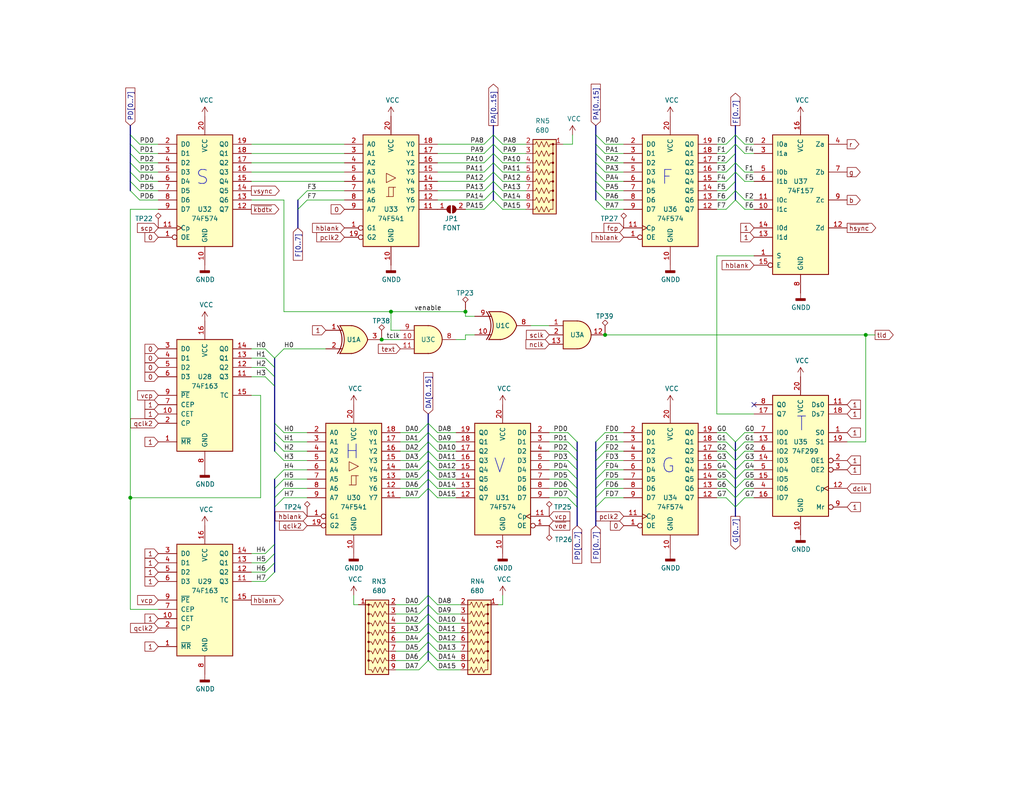
<source format=kicad_sch>
(kicad_sch (version 20211123) (generator eeschema)
  (paper "USLetter")
  (title_block (title "Graphics Processing Unit") (date "2022-08-07") (rev "1.10") (comment 1 "(c) Solid State Machines 2022"))
  (junction (at 165.1 91.44))
  (junction (at 127 85.09))
  (junction (at 35.56 135.89))
  (junction (at 236.22 91.44))
  (junction (at 106.68 85.09))
  (junction (at 104.14 92.71))
  (no_connect (at 205.74 110.49))
  (bus_entry (at 74.93 151.13) (size -2.54 2.54))
  (bus_entry (at 77.47 123.19) (size -2.54 -2.54))
  (bus_entry (at 38.1 54.61) (size -2.54 -2.54))
  (bus_entry (at 77.47 118.11) (size -2.54 -2.54))
  (bus_entry (at 38.1 52.07) (size -2.54 -2.54))
  (bus_entry (at 116.84 177.8) (size 2.54 2.54))
  (bus_entry (at 81.28 57.15) (size 2.54 -2.54))
  (bus_entry (at 200.66 52.07) (size 2.54 2.54))
  (bus_entry (at 200.66 120.65) (size 2.54 -2.54))
  (bus_entry (at 200.66 36.83) (size -2.54 2.54))
  (bus_entry (at 154.94 125.73) (size 2.54 2.54))
  (bus_entry (at 165.1 57.15) (size -2.54 -2.54))
  (bus_entry (at 77.47 130.81) (size -2.54 2.54))
  (bus_entry (at 200.66 39.37) (size -2.54 2.54))
  (bus_entry (at 162.56 120.65) (size 2.54 -2.54))
  (bus_entry (at 137.16 44.45) (size -2.54 -2.54))
  (bus_entry (at 154.94 130.81) (size 2.54 2.54))
  (bus_entry (at 200.66 130.81) (size 2.54 -2.54))
  (bus_entry (at 198.12 44.45) (size 2.54 -2.54))
  (bus_entry (at 38.1 49.53) (size -2.54 -2.54))
  (bus_entry (at 154.94 135.89) (size 2.54 2.54))
  (bus_entry (at 132.08 39.37) (size 2.54 -2.54))
  (bus_entry (at 200.66 44.45) (size 2.54 2.54))
  (bus_entry (at 200.66 120.65) (size -2.54 -2.54))
  (bus_entry (at 165.1 52.07) (size -2.54 -2.54))
  (bus_entry (at 114.3 182.88) (size 2.54 -2.54))
  (bus_entry (at 200.66 123.19) (size 2.54 -2.54))
  (bus_entry (at 116.84 128.27) (size 2.54 2.54))
  (bus_entry (at 81.28 54.61) (size 2.54 -2.54))
  (bus_entry (at 132.08 57.15) (size 2.54 -2.54))
  (bus_entry (at 154.94 118.11) (size 2.54 2.54))
  (bus_entry (at 116.84 180.34) (size 2.54 2.54))
  (bus_entry (at 116.84 123.19) (size 2.54 2.54))
  (bus_entry (at 116.84 170.18) (size 2.54 2.54))
  (bus_entry (at 77.47 95.25) (size -2.54 2.54))
  (bus_entry (at 114.3 175.26) (size 2.54 -2.54))
  (bus_entry (at 114.3 130.81) (size 2.54 -2.54))
  (bus_entry (at 114.3 170.18) (size 2.54 -2.54))
  (bus_entry (at 116.84 133.35) (size 2.54 2.54))
  (bus_entry (at 162.56 135.89) (size 2.54 -2.54))
  (bus_entry (at 116.84 125.73) (size 2.54 2.54))
  (bus_entry (at 74.93 105.41) (size -2.54 -2.54))
  (bus_entry (at 137.16 39.37) (size -2.54 -2.54))
  (bus_entry (at 137.16 49.53) (size -2.54 -2.54))
  (bus_entry (at 200.66 54.61) (size 2.54 2.54))
  (bus_entry (at 200.66 135.89) (size 2.54 -2.54))
  (bus_entry (at 77.47 128.27) (size -2.54 2.54))
  (bus_entry (at 132.08 41.91) (size 2.54 -2.54))
  (bus_entry (at 137.16 52.07) (size -2.54 -2.54))
  (bus_entry (at 114.3 118.11) (size 2.54 -2.54))
  (bus_entry (at 200.66 133.35) (size -2.54 -2.54))
  (bus_entry (at 200.66 54.61) (size -2.54 2.54))
  (bus_entry (at 200.66 133.35) (size 2.54 -2.54))
  (bus_entry (at 116.84 175.26) (size 2.54 2.54))
  (bus_entry (at 77.47 125.73) (size -2.54 -2.54))
  (bus_entry (at 200.66 52.07) (size -2.54 2.54))
  (bus_entry (at 165.1 54.61) (size -2.54 -2.54))
  (bus_entry (at 116.84 130.81) (size 2.54 2.54))
  (bus_entry (at 154.94 120.65) (size 2.54 2.54))
  (bus_entry (at 137.16 57.15) (size -2.54 -2.54))
  (bus_entry (at 77.47 120.65) (size -2.54 -2.54))
  (bus_entry (at 74.93 97.79) (size -2.54 -2.54))
  (bus_entry (at 162.56 130.81) (size 2.54 -2.54))
  (bus_entry (at 114.3 172.72) (size 2.54 -2.54))
  (bus_entry (at 132.08 44.45) (size 2.54 -2.54))
  (bus_entry (at 74.93 156.21) (size -2.54 2.54))
  (bus_entry (at 200.66 125.73) (size 2.54 -2.54))
  (bus_entry (at 132.08 49.53) (size 2.54 -2.54))
  (bus_entry (at 200.66 138.43) (size 2.54 -2.54))
  (bus_entry (at 154.94 133.35) (size 2.54 2.54))
  (bus_entry (at 200.66 130.81) (size -2.54 -2.54))
  (bus_entry (at 165.1 39.37) (size -2.54 -2.54))
  (bus_entry (at 154.94 128.27) (size 2.54 2.54))
  (bus_entry (at 116.84 167.64) (size 2.54 2.54))
  (bus_entry (at 38.1 41.91) (size -2.54 -2.54))
  (bus_entry (at 74.93 102.87) (size -2.54 -2.54))
  (bus_entry (at 162.56 123.19) (size 2.54 -2.54))
  (bus_entry (at 200.66 128.27) (size 2.54 -2.54))
  (bus_entry (at 165.1 41.91) (size -2.54 -2.54))
  (bus_entry (at 116.84 118.11) (size 2.54 2.54))
  (bus_entry (at 116.84 115.57) (size 2.54 2.54))
  (bus_entry (at 198.12 52.07) (size 2.54 -2.54))
  (bus_entry (at 200.66 138.43) (size -2.54 -2.54))
  (bus_entry (at 200.66 128.27) (size -2.54 -2.54))
  (bus_entry (at 77.47 135.89) (size -2.54 2.54))
  (bus_entry (at 132.08 46.99) (size 2.54 -2.54))
  (bus_entry (at 132.08 52.07) (size 2.54 -2.54))
  (bus_entry (at 200.66 135.89) (size -2.54 -2.54))
  (bus_entry (at 114.3 135.89) (size 2.54 -2.54))
  (bus_entry (at 114.3 167.64) (size 2.54 -2.54))
  (bus_entry (at 162.56 128.27) (size 2.54 -2.54))
  (bus_entry (at 114.3 125.73) (size 2.54 -2.54))
  (bus_entry (at 137.16 46.99) (size -2.54 -2.54))
  (bus_entry (at 165.1 44.45) (size -2.54 -2.54))
  (bus_entry (at 38.1 46.99) (size -2.54 -2.54))
  (bus_entry (at 116.84 172.72) (size 2.54 2.54))
  (bus_entry (at 200.66 125.73) (size -2.54 -2.54))
  (bus_entry (at 74.93 148.59) (size -2.54 2.54))
  (bus_entry (at 200.66 46.99) (size 2.54 2.54))
  (bus_entry (at 200.66 39.37) (size 2.54 2.54))
  (bus_entry (at 116.84 165.1) (size 2.54 2.54))
  (bus_entry (at 116.84 162.56) (size 2.54 2.54))
  (bus_entry (at 114.3 128.27) (size 2.54 -2.54))
  (bus_entry (at 200.66 44.45) (size -2.54 2.54))
  (bus_entry (at 74.93 153.67) (size -2.54 2.54))
  (bus_entry (at 114.3 123.19) (size 2.54 -2.54))
  (bus_entry (at 137.16 54.61) (size -2.54 -2.54))
  (bus_entry (at 162.56 133.35) (size 2.54 -2.54))
  (bus_entry (at 38.1 39.37) (size -2.54 -2.54))
  (bus_entry (at 114.3 177.8) (size 2.54 -2.54))
  (bus_entry (at 74.93 100.33) (size -2.54 -2.54))
  (bus_entry (at 77.47 133.35) (size -2.54 2.54))
  (bus_entry (at 162.56 125.73) (size 2.54 -2.54))
  (bus_entry (at 154.94 123.19) (size 2.54 2.54))
  (bus_entry (at 114.3 133.35) (size 2.54 -2.54))
  (bus_entry (at 162.56 138.43) (size 2.54 -2.54))
  (bus_entry (at 200.66 36.83) (size 2.54 2.54))
  (bus_entry (at 165.1 46.99) (size -2.54 -2.54))
  (bus_entry (at 165.1 49.53) (size -2.54 -2.54))
  (bus_entry (at 114.3 165.1) (size 2.54 -2.54))
  (bus_entry (at 137.16 41.91) (size -2.54 -2.54))
  (bus_entry (at 114.3 180.34) (size 2.54 -2.54))
  (bus_entry (at 200.66 123.19) (size -2.54 -2.54))
  (bus_entry (at 200.66 46.99) (size -2.54 2.54))
  (bus_entry (at 114.3 120.65) (size 2.54 -2.54))
  (bus_entry (at 38.1 44.45) (size -2.54 -2.54))
  (bus_entry (at 132.08 54.61) (size 2.54 -2.54))
  (bus_entry (at 116.84 120.65) (size 2.54 2.54))
  (wire (pts (xy 203.2 123.19) (xy 205.74 123.19)))
  (bus (pts (xy 157.48 125.73) (xy 157.48 128.27)))
  (wire (pts (xy 137.16 49.53) (xy 143.51 49.53)))
  (wire (pts (xy 129.54 91.44) (xy 127 91.44)))
  (wire (pts (xy 124.46 92.71) (xy 127 92.71)))
  (wire (pts (xy 119.38 172.72) (xy 125.73 172.72)))
  (wire (pts (xy 109.22 118.11) (xy 114.3 118.11)))
  (bus (pts (xy 116.84 115.57) (xy 116.84 118.11)))
  (wire (pts (xy 77.47 125.73) (xy 83.82 125.73)))
  (bus (pts (xy 116.84 170.18) (xy 116.84 172.72)))
  (bus (pts (xy 116.84 167.64) (xy 116.84 170.18)))
  (wire (pts (xy 106.68 90.17) (xy 106.68 85.09)))
  (wire (pts (xy 107.95 165.1) (xy 114.3 165.1)))
  (wire (pts (xy 203.2 57.15) (xy 205.74 57.15)))
  (wire (pts (xy 195.58 125.73) (xy 198.12 125.73)))
  (bus (pts (xy 116.84 162.56) (xy 116.84 165.1)))
  (wire (pts (xy 77.47 85.09) (xy 106.68 85.09)))
  (wire (pts (xy 195.58 123.19) (xy 198.12 123.19)))
  (wire (pts (xy 165.1 39.37) (xy 170.18 39.37)))
  (bus (pts (xy 134.62 34.29) (xy 134.62 36.83)))
  (wire (pts (xy 137.16 165.1) (xy 137.16 162.56)))
  (wire (pts (xy 135.89 165.1) (xy 137.16 165.1)))
  (wire (pts (xy 77.47 135.89) (xy 83.82 135.89)))
  (wire (pts (xy 107.95 182.88) (xy 114.3 182.88)))
  (wire (pts (xy 119.38 54.61) (xy 132.08 54.61)))
  (bus (pts (xy 116.84 133.35) (xy 116.84 162.56)))
  (wire (pts (xy 43.18 166.37) (xy 35.56 166.37)))
  (bus (pts (xy 116.84 125.73) (xy 116.84 128.27)))
  (bus (pts (xy 134.62 46.99) (xy 134.62 49.53)))
  (wire (pts (xy 68.58 107.95) (xy 71.12 107.95)))
  (wire (pts (xy 71.12 135.89) (xy 35.56 135.89)))
  (wire (pts (xy 165.1 46.99) (xy 170.18 46.99)))
  (wire (pts (xy 195.58 118.11) (xy 198.12 118.11)))
  (wire (pts (xy 106.68 85.09) (xy 127 85.09)))
  (bus (pts (xy 116.84 113.03) (xy 116.84 115.57)))
  (wire (pts (xy 119.38 165.1) (xy 125.73 165.1)))
  (wire (pts (xy 109.22 120.65) (xy 114.3 120.65)))
  (wire (pts (xy 203.2 46.99) (xy 205.74 46.99)))
  (wire (pts (xy 149.86 123.19) (xy 154.94 123.19)))
  (wire (pts (xy 203.2 39.37) (xy 205.74 39.37)))
  (wire (pts (xy 195.58 57.15) (xy 198.12 57.15)))
  (wire (pts (xy 38.1 41.91) (xy 43.18 41.91)))
  (wire (pts (xy 195.58 135.89) (xy 198.12 135.89)))
  (wire (pts (xy 35.56 57.15) (xy 43.18 57.15)))
  (bus (pts (xy 74.93 138.43) (xy 74.93 148.59)))
  (bus (pts (xy 74.93 97.79) (xy 74.93 100.33)))
  (wire (pts (xy 68.58 95.25) (xy 72.39 95.25)))
  (bus (pts (xy 74.93 105.41) (xy 74.93 115.57)))
  (wire (pts (xy 195.58 128.27) (xy 198.12 128.27)))
  (wire (pts (xy 203.2 120.65) (xy 205.74 120.65)))
  (wire (pts (xy 68.58 39.37) (xy 93.98 39.37)))
  (wire (pts (xy 236.22 91.44) (xy 238.76 91.44)))
  (bus (pts (xy 81.28 57.15) (xy 81.28 62.23)))
  (bus (pts (xy 200.66 41.91) (xy 200.66 44.45)))
  (wire (pts (xy 124.46 125.73) (xy 119.38 125.73)))
  (wire (pts (xy 195.58 46.99) (xy 198.12 46.99)))
  (wire (pts (xy 149.86 130.81) (xy 154.94 130.81)))
  (bus (pts (xy 74.93 118.11) (xy 74.93 120.65)))
  (wire (pts (xy 68.58 100.33) (xy 72.39 100.33)))
  (wire (pts (xy 165.1 41.91) (xy 170.18 41.91)))
  (wire (pts (xy 38.1 44.45) (xy 43.18 44.45)))
  (wire (pts (xy 119.38 177.8) (xy 125.73 177.8)))
  (wire (pts (xy 153.67 39.37) (xy 156.21 39.37)))
  (wire (pts (xy 77.47 123.19) (xy 83.82 123.19)))
  (bus (pts (xy 116.84 165.1) (xy 116.84 167.64)))
  (bus (pts (xy 74.93 148.59) (xy 74.93 151.13)))
  (wire (pts (xy 107.95 170.18) (xy 114.3 170.18)))
  (wire (pts (xy 71.12 107.95) (xy 71.12 135.89)))
  (bus (pts (xy 35.56 34.29) (xy 35.56 36.83)))
  (bus (pts (xy 200.66 52.07) (xy 200.66 54.61)))
  (bus (pts (xy 157.48 130.81) (xy 157.48 133.35)))
  (wire (pts (xy 165.1 52.07) (xy 170.18 52.07)))
  (wire (pts (xy 119.38 46.99) (xy 132.08 46.99)))
  (wire (pts (xy 203.2 128.27) (xy 205.74 128.27)))
  (wire (pts (xy 144.78 88.9) (xy 149.86 88.9)))
  (wire (pts (xy 132.08 57.15) (xy 127 57.15)))
  (bus (pts (xy 35.56 44.45) (xy 35.56 46.99)))
  (wire (pts (xy 77.47 133.35) (xy 83.82 133.35)))
  (wire (pts (xy 149.86 128.27) (xy 154.94 128.27)))
  (wire (pts (xy 77.47 118.11) (xy 83.82 118.11)))
  (bus (pts (xy 162.56 36.83) (xy 162.56 39.37)))
  (bus (pts (xy 200.66 44.45) (xy 200.66 46.99)))
  (bus (pts (xy 74.93 133.35) (xy 74.93 135.89)))
  (wire (pts (xy 149.86 133.35) (xy 154.94 133.35)))
  (wire (pts (xy 119.38 167.64) (xy 125.73 167.64)))
  (wire (pts (xy 107.95 167.64) (xy 114.3 167.64)))
  (wire (pts (xy 38.1 46.99) (xy 43.18 46.99)))
  (wire (pts (xy 124.46 123.19) (xy 119.38 123.19)))
  (bus (pts (xy 74.93 100.33) (xy 74.93 102.87)))
  (wire (pts (xy 137.16 41.91) (xy 143.51 41.91)))
  (wire (pts (xy 165.1 133.35) (xy 170.18 133.35)))
  (wire (pts (xy 195.58 49.53) (xy 198.12 49.53)))
  (wire (pts (xy 119.38 44.45) (xy 132.08 44.45)))
  (bus (pts (xy 157.48 120.65) (xy 157.48 123.19)))
  (wire (pts (xy 109.22 135.89) (xy 114.3 135.89)))
  (bus (pts (xy 35.56 46.99) (xy 35.56 49.53)))
  (wire (pts (xy 107.95 175.26) (xy 114.3 175.26)))
  (wire (pts (xy 236.22 91.44) (xy 236.22 120.65)))
  (bus (pts (xy 35.56 41.91) (xy 35.56 44.45)))
  (wire (pts (xy 203.2 118.11) (xy 205.74 118.11)))
  (wire (pts (xy 203.2 135.89) (xy 205.74 135.89)))
  (wire (pts (xy 77.47 128.27) (xy 83.82 128.27)))
  (wire (pts (xy 203.2 54.61) (xy 205.74 54.61)))
  (bus (pts (xy 35.56 49.53) (xy 35.56 52.07)))
  (wire (pts (xy 119.38 52.07) (xy 132.08 52.07)))
  (bus (pts (xy 35.56 36.83) (xy 35.56 39.37)))
  (bus (pts (xy 74.93 153.67) (xy 74.93 156.21)))
  (bus (pts (xy 134.62 49.53) (xy 134.62 52.07)))
  (bus (pts (xy 162.56 46.99) (xy 162.56 49.53)))
  (bus (pts (xy 116.84 172.72) (xy 116.84 175.26)))
  (wire (pts (xy 231.14 120.65) (xy 236.22 120.65)))
  (bus (pts (xy 116.84 120.65) (xy 116.84 123.19)))
  (wire (pts (xy 38.1 54.61) (xy 43.18 54.61)))
  (bus (pts (xy 200.66 120.65) (xy 200.66 123.19)))
  (wire (pts (xy 203.2 130.81) (xy 205.74 130.81)))
  (wire (pts (xy 137.16 44.45) (xy 143.51 44.45)))
  (wire (pts (xy 107.95 172.72) (xy 114.3 172.72)))
  (wire (pts (xy 127 91.44) (xy 127 92.71)))
  (wire (pts (xy 68.58 46.99) (xy 93.98 46.99)))
  (wire (pts (xy 124.46 133.35) (xy 119.38 133.35)))
  (bus (pts (xy 162.56 125.73) (xy 162.56 128.27)))
  (bus (pts (xy 200.66 39.37) (xy 200.66 41.91)))
  (bus (pts (xy 157.48 138.43) (xy 157.48 143.51)))
  (wire (pts (xy 137.16 39.37) (xy 143.51 39.37)))
  (wire (pts (xy 195.58 52.07) (xy 198.12 52.07)))
  (wire (pts (xy 137.16 46.99) (xy 143.51 46.99)))
  (bus (pts (xy 74.93 135.89) (xy 74.93 138.43)))
  (bus (pts (xy 134.62 41.91) (xy 134.62 44.45)))
  (wire (pts (xy 109.22 123.19) (xy 114.3 123.19)))
  (wire (pts (xy 165.1 57.15) (xy 170.18 57.15)))
  (bus (pts (xy 81.28 54.61) (xy 81.28 57.15)))
  (bus (pts (xy 162.56 135.89) (xy 162.56 138.43)))
  (wire (pts (xy 203.2 133.35) (xy 205.74 133.35)))
  (bus (pts (xy 200.66 138.43) (xy 200.66 140.97)))
  (wire (pts (xy 137.16 54.61) (xy 143.51 54.61)))
  (wire (pts (xy 38.1 52.07) (xy 43.18 52.07)))
  (wire (pts (xy 97.79 165.1) (xy 96.52 165.1)))
  (wire (pts (xy 68.58 158.75) (xy 72.39 158.75)))
  (bus (pts (xy 116.84 118.11) (xy 116.84 120.65)))
  (bus (pts (xy 162.56 34.29) (xy 162.56 36.83)))
  (bus (pts (xy 200.66 123.19) (xy 200.66 125.73)))
  (bus (pts (xy 200.66 135.89) (xy 200.66 138.43)))
  (wire (pts (xy 124.46 118.11) (xy 119.38 118.11)))
  (bus (pts (xy 200.66 36.83) (xy 200.66 39.37)))
  (wire (pts (xy 109.22 90.17) (xy 106.68 90.17)))
  (wire (pts (xy 149.86 120.65) (xy 154.94 120.65)))
  (wire (pts (xy 165.1 123.19) (xy 170.18 123.19)))
  (wire (pts (xy 68.58 153.67) (xy 72.39 153.67)))
  (wire (pts (xy 68.58 54.61) (xy 77.47 54.61)))
  (wire (pts (xy 165.1 120.65) (xy 170.18 120.65)))
  (wire (pts (xy 124.46 120.65) (xy 119.38 120.65)))
  (wire (pts (xy 83.82 54.61) (xy 93.98 54.61)))
  (wire (pts (xy 68.58 151.13) (xy 72.39 151.13)))
  (bus (pts (xy 200.66 128.27) (xy 200.66 130.81)))
  (bus (pts (xy 35.56 39.37) (xy 35.56 41.91)))
  (bus (pts (xy 74.93 115.57) (xy 74.93 118.11)))
  (bus (pts (xy 157.48 123.19) (xy 157.48 125.73)))
  (bus (pts (xy 200.66 125.73) (xy 200.66 128.27)))
  (bus (pts (xy 162.56 49.53) (xy 162.56 52.07)))
  (wire (pts (xy 77.47 130.81) (xy 83.82 130.81)))
  (bus (pts (xy 162.56 41.91) (xy 162.56 44.45)))
  (wire (pts (xy 195.58 130.81) (xy 198.12 130.81)))
  (wire (pts (xy 137.16 52.07) (xy 143.51 52.07)))
  (wire (pts (xy 195.58 133.35) (xy 198.12 133.35)))
  (bus (pts (xy 74.93 102.87) (xy 74.93 105.41)))
  (wire (pts (xy 149.86 118.11) (xy 154.94 118.11)))
  (wire (pts (xy 104.14 92.71) (xy 109.22 92.71)))
  (wire (pts (xy 119.38 39.37) (xy 132.08 39.37)))
  (bus (pts (xy 134.62 39.37) (xy 134.62 41.91)))
  (wire (pts (xy 127 86.36) (xy 129.54 86.36)))
  (wire (pts (xy 68.58 97.79) (xy 72.39 97.79)))
  (bus (pts (xy 116.84 128.27) (xy 116.84 130.81)))
  (wire (pts (xy 35.56 135.89) (xy 35.56 57.15)))
  (wire (pts (xy 83.82 52.07) (xy 93.98 52.07)))
  (wire (pts (xy 35.56 166.37) (xy 35.56 135.89)))
  (wire (pts (xy 109.22 128.27) (xy 114.3 128.27)))
  (wire (pts (xy 137.16 57.15) (xy 143.51 57.15)))
  (wire (pts (xy 124.46 130.81) (xy 119.38 130.81)))
  (bus (pts (xy 162.56 138.43) (xy 162.56 143.51)))
  (bus (pts (xy 134.62 52.07) (xy 134.62 54.61)))
  (wire (pts (xy 68.58 41.91) (xy 93.98 41.91)))
  (bus (pts (xy 162.56 123.19) (xy 162.56 125.73)))
  (wire (pts (xy 68.58 49.53) (xy 93.98 49.53)))
  (bus (pts (xy 157.48 135.89) (xy 157.48 138.43)))
  (wire (pts (xy 109.22 130.81) (xy 114.3 130.81)))
  (wire (pts (xy 195.58 54.61) (xy 198.12 54.61)))
  (bus (pts (xy 157.48 128.27) (xy 157.48 130.81)))
  (bus (pts (xy 162.56 128.27) (xy 162.56 130.81)))
  (wire (pts (xy 96.52 165.1) (xy 96.52 162.56)))
  (wire (pts (xy 165.1 44.45) (xy 170.18 44.45)))
  (wire (pts (xy 165.1 130.81) (xy 170.18 130.81)))
  (wire (pts (xy 68.58 156.21) (xy 72.39 156.21)))
  (wire (pts (xy 77.47 54.61) (xy 77.47 85.09)))
  (bus (pts (xy 162.56 133.35) (xy 162.56 135.89)))
  (wire (pts (xy 149.86 135.89) (xy 154.94 135.89)))
  (bus (pts (xy 200.66 49.53) (xy 200.66 52.07)))
  (wire (pts (xy 165.1 118.11) (xy 170.18 118.11)))
  (bus (pts (xy 116.84 130.81) (xy 116.84 133.35)))
  (wire (pts (xy 119.38 175.26) (xy 125.73 175.26)))
  (wire (pts (xy 77.47 95.25) (xy 88.9 95.25)))
  (bus (pts (xy 162.56 39.37) (xy 162.56 41.91)))
  (bus (pts (xy 200.66 133.35) (xy 200.66 135.89)))
  (wire (pts (xy 119.38 180.34) (xy 125.73 180.34)))
  (bus (pts (xy 134.62 36.83) (xy 134.62 39.37)))
  (wire (pts (xy 165.1 54.61) (xy 170.18 54.61)))
  (wire (pts (xy 38.1 49.53) (xy 43.18 49.53)))
  (wire (pts (xy 109.22 133.35) (xy 114.3 133.35)))
  (bus (pts (xy 74.93 151.13) (xy 74.93 153.67)))
  (wire (pts (xy 165.1 135.89) (xy 170.18 135.89)))
  (wire (pts (xy 68.58 102.87) (xy 72.39 102.87)))
  (wire (pts (xy 127 86.36) (xy 127 85.09)))
  (wire (pts (xy 165.1 49.53) (xy 170.18 49.53)))
  (wire (pts (xy 195.58 120.65) (xy 198.12 120.65)))
  (wire (pts (xy 165.1 128.27) (xy 170.18 128.27)))
  (wire (pts (xy 203.2 125.73) (xy 205.74 125.73)))
  (wire (pts (xy 205.74 69.85) (xy 195.58 69.85)))
  (bus (pts (xy 200.66 34.29) (xy 200.66 36.83)))
  (bus (pts (xy 74.93 130.81) (xy 74.93 133.35)))
  (wire (pts (xy 195.58 44.45) (xy 198.12 44.45)))
  (wire (pts (xy 119.38 182.88) (xy 125.73 182.88)))
  (bus (pts (xy 74.93 120.65) (xy 74.93 123.19)))
  (bus (pts (xy 162.56 52.07) (xy 162.56 54.61)))
  (bus (pts (xy 116.84 177.8) (xy 116.84 180.34)))
  (wire (pts (xy 203.2 49.53) (xy 205.74 49.53)))
  (wire (pts (xy 124.46 135.89) (xy 119.38 135.89)))
  (wire (pts (xy 195.58 113.03) (xy 205.74 113.03)))
  (wire (pts (xy 195.58 39.37) (xy 198.12 39.37)))
  (wire (pts (xy 68.58 44.45) (xy 93.98 44.45)))
  (wire (pts (xy 149.86 125.73) (xy 154.94 125.73)))
  (wire (pts (xy 119.38 170.18) (xy 125.73 170.18)))
  (bus (pts (xy 116.84 175.26) (xy 116.84 177.8)))
  (wire (pts (xy 107.95 180.34) (xy 114.3 180.34)))
  (wire (pts (xy 203.2 41.91) (xy 205.74 41.91)))
  (bus (pts (xy 116.84 123.19) (xy 116.84 125.73)))
  (bus (pts (xy 162.56 120.65) (xy 162.56 123.19)))
  (wire (pts (xy 195.58 69.85) (xy 195.58 113.03)))
  (wire (pts (xy 165.1 125.73) (xy 170.18 125.73)))
  (bus (pts (xy 134.62 44.45) (xy 134.62 46.99)))
  (wire (pts (xy 109.22 125.73) (xy 114.3 125.73)))
  (wire (pts (xy 119.38 49.53) (xy 132.08 49.53)))
  (bus (pts (xy 162.56 130.81) (xy 162.56 133.35)))
  (bus (pts (xy 200.66 46.99) (xy 200.66 49.53)))
  (wire (pts (xy 195.58 41.91) (xy 198.12 41.91)))
  (bus (pts (xy 162.56 44.45) (xy 162.56 46.99)))
  (wire (pts (xy 124.46 128.27) (xy 119.38 128.27)))
  (wire (pts (xy 119.38 41.91) (xy 132.08 41.91)))
  (bus (pts (xy 157.48 133.35) (xy 157.48 135.89)))
  (wire (pts (xy 77.47 120.65) (xy 83.82 120.65)))
  (wire (pts (xy 107.95 177.8) (xy 114.3 177.8)))
  (wire (pts (xy 165.1 91.44) (xy 236.22 91.44)))
  (wire (pts (xy 156.21 39.37) (xy 156.21 36.83)))
  (bus (pts (xy 200.66 130.81) (xy 200.66 133.35)))
  (wire (pts (xy 38.1 39.37) (xy 43.18 39.37)))
  (text "G" (at 180.34 129.54 0) (effects (font (size 3.81 3.81)) (justify left bottom)))
  (text "T" (at 217.17 118.11 0) (effects (font (size 3.81 3.81)) (justify left bottom)))
  (text "S" (at 53.34 50.8 0) (effects (font (size 3.81 3.81)) (justify left bottom)))
  (text "V" (at 134.62 129.54 0) (effects (font (size 3.81 3.81)) (justify left bottom)))
  (text "F" (at 180.34 50.8 0) (effects (font (size 3.81 3.81)) (justify left bottom)))
  (text "H" (at 93.98 125.73 0) (effects (font (size 3.81 3.81)) (justify left bottom)))
  (label "H3" (at 69.85 102.87 0))
  (label "G5" (at 195.58 130.81 0))
  (label "H7" (at 77.47 135.89 0))
  (label "PA11" (at 137.16 46.99 0))
  (label "PA2" (at 165.1 44.45 0))
  (label "DA12" (at 124.46 175.26 180))
  (label "G6" (at 203.2 133.35 0))
  (label "DA0" (at 110.49 118.11 0))
  (label "PA7" (at 165.1 57.15 0))
  (label "H2" (at 69.85 100.33 0))
  (label "DA1" (at 110.49 120.65 0))
  (label "PD0" (at 154.94 118.11 180))
  (label "PA4" (at 165.1 49.53 0))
  (label "F3" (at 195.58 46.99 0))
  (label "PD5" (at 38.1 52.07 0))
  (label "F4" (at 195.58 49.53 0))
  (label "G1" (at 203.2 120.65 0))
  (label "PD2" (at 154.94 123.19 180))
  (label "G4" (at 195.58 128.27 0))
  (label "F5" (at 195.58 52.07 0))
  (label "FD7" (at 165.1 135.89 0))
  (label "F4" (at 203.2 41.91 0))
  (label "PD4" (at 38.1 49.53 0))
  (label "PA14" (at 127 54.61 0))
  (label "DA11" (at 124.46 172.72 180))
  (label "PA11" (at 127 46.99 0))
  (label "F5" (at 203.2 49.53 0))
  (label "PA12" (at 127 49.53 0))
  (label "F2" (at 195.58 44.45 0))
  (label "PD3" (at 38.1 46.99 0))
  (label "PA14" (at 137.16 54.61 0))
  (label "G4" (at 203.2 128.27 0))
  (label "tclk" (at 105.41 92.71 0))
  (label "DA10" (at 124.46 123.19 180))
  (label "F0" (at 203.2 39.37 0))
  (label "H1" (at 69.85 97.79 0))
  (label "DA10" (at 124.46 170.18 180))
  (label "DA0" (at 110.49 165.1 0))
  (label "PA8" (at 137.16 39.37 0))
  (label "PD5" (at 154.94 130.81 180))
  (label "FD1" (at 165.1 120.65 0))
  (label "F7" (at 195.58 57.15 0))
  (label "PA8" (at 128.27 39.37 0))
  (label "PD0" (at 38.1 39.37 0))
  (label "F7" (at 83.82 54.61 0))
  (label "DA2" (at 110.49 170.18 0))
  (label "PA15" (at 137.16 57.15 0))
  (label "DA8" (at 123.19 118.11 180))
  (label "G3" (at 203.2 125.73 0))
  (label "FD0" (at 165.1 118.11 0))
  (label "H6" (at 77.47 133.35 0))
  (label "H7" (at 69.85 158.75 0))
  (label "PD2" (at 38.1 44.45 0))
  (label "venable" (at 113.03 85.09 0))
  (label "G6" (at 195.58 133.35 0))
  (label "G3" (at 195.58 125.73 0))
  (label "PA15" (at 127 57.15 0))
  (label "H1" (at 77.47 120.65 0))
  (label "DA8" (at 123.19 165.1 180))
  (label "DA11" (at 124.46 125.73 180))
  (label "DA12" (at 124.46 128.27 180))
  (label "H0" (at 77.47 95.25 0))
  (label "DA7" (at 110.49 182.88 0))
  (label "G5" (at 203.2 130.81 0))
  (label "DA1" (at 110.49 167.64 0))
  (label "DA14" (at 124.46 180.34 180))
  (label "PA10" (at 137.16 44.45 0))
  (label "PA10" (at 127 44.45 0))
  (label "G1" (at 195.58 120.65 0))
  (label "DA7" (at 110.49 135.89 0))
  (label "H6" (at 69.85 156.21 0))
  (label "DA14" (at 124.46 133.35 180))
  (label "G7" (at 203.2 135.89 0))
  (label "PA3" (at 165.1 46.99 0))
  (label "PD4" (at 154.94 128.27 180))
  (label "DA9" (at 123.19 120.65 180))
  (label "H5" (at 69.85 153.67 0))
  (label "G7" (at 195.58 135.89 0))
  (label "F1" (at 203.2 46.99 0))
  (label "DA4" (at 110.49 175.26 0))
  (label "H2" (at 77.47 123.19 0))
  (label "F6" (at 203.2 57.15 0))
  (label "PA9" (at 137.16 41.91 0))
  (label "PD6" (at 38.1 54.61 0))
  (label "F3" (at 83.82 52.07 0))
  (label "H4" (at 77.47 128.27 0))
  (label "H4" (at 69.85 151.13 0))
  (label "DA6" (at 110.49 180.34 0))
  (label "H5" (at 77.47 130.81 0))
  (label "DA13" (at 124.46 177.8 180))
  (label "DA5" (at 110.49 177.8 0))
  (label "PD1" (at 38.1 41.91 0))
  (label "DA2" (at 110.49 123.19 0))
  (label "FD3" (at 165.1 125.73 0))
  (label "DA6" (at 110.49 133.35 0))
  (label "DA3" (at 110.49 172.72 0))
  (label "FD6" (at 165.1 133.35 0))
  (label "DA3" (at 110.49 125.73 0))
  (label "PA1" (at 165.1 41.91 0))
  (label "PA9" (at 128.27 41.91 0))
  (label "PD7" (at 154.94 135.89 180))
  (label "PD1" (at 154.94 120.65 180))
  (label "G0" (at 203.2 118.11 0))
  (label "PD3" (at 154.94 125.73 180))
  (label "PD6" (at 154.94 133.35 180))
  (label "F0" (at 195.58 39.37 0))
  (label "PA6" (at 165.1 54.61 0))
  (label "F1" (at 195.58 41.91 0))
  (label "DA9" (at 123.19 167.64 180))
  (label "FD2" (at 165.1 123.19 0))
  (label "FD5" (at 165.1 130.81 0))
  (label "G2" (at 203.2 123.19 0))
  (label "PA12" (at 137.16 49.53 0))
  (label "H0" (at 77.47 118.11 0))
  (label "G2" (at 195.58 123.19 0))
  (label "H0" (at 69.85 95.25 0))
  (label "H3" (at 77.47 125.73 0))
  (label "PA5" (at 165.1 52.07 0))
  (label "DA13" (at 124.46 130.81 180))
  (label "DA15" (at 124.46 182.88 180))
  (label "G0" (at 195.58 118.11 0))
  (label "PA13" (at 127 52.07 0))
  (label "PA13" (at 137.16 52.07 0))
  (label "DA5" (at 110.49 130.81 0))
  (label "F2" (at 203.2 54.61 0))
  (label "DA15" (at 124.46 135.89 180))
  (label "PA0" (at 165.1 39.37 0))
  (label "DA4" (at 110.49 128.27 0))
  (label "FD4" (at 165.1 128.27 0))
  (label "F6" (at 195.58 54.61 0))
  (global_label "hblank" (shape output) (at 68.58 163.83 0) (property "Intersheet References" "${INTERSHEET_REFS}" (effects hide)))
  (global_label "1" (shape input) (at 231.14 125.73 0) (property "Intersheet References" "${INTERSHEET_REFS}" (effects hide)))
  (global_label "0" (shape input) (at 93.98 57.15 180) (property "Intersheet References" "${INTERSHEET_REFS}" (effects hide)))
  (global_label "1" (shape input) (at 231.14 118.11 0) (property "Intersheet References" "${INTERSHEET_REFS}" (effects hide)))
  (global_label "1" (shape input) (at 43.18 120.65 180) (property "Intersheet References" "${INTERSHEET_REFS}" (effects hide)))
  (global_label "PD[0..7]" (shape input) (at 35.56 34.29 90) (property "Intersheet References" "${INTERSHEET_REFS}" (effects hide)))
  (global_label "vcp" (shape input) (at 43.18 163.83 180) (property "Intersheet References" "${INTERSHEET_REFS}" (effects hide)))
  (global_label "0" (shape input) (at 170.18 143.51 180) (property "Intersheet References" "${INTERSHEET_REFS}" (effects hide)))
  (global_label "1" (shape input) (at 43.18 110.49 180) (property "Intersheet References" "${INTERSHEET_REFS}" (effects hide)))
  (global_label "b" (shape output) (at 231.14 54.61 0) (property "Intersheet References" "${INTERSHEET_REFS}" (effects hide)))
  (global_label "hblank" (shape input) (at 83.82 140.97 180) (property "Intersheet References" "${INTERSHEET_REFS}" (effects hide)))
  (global_label "0" (shape input) (at 43.18 102.87 180) (property "Intersheet References" "${INTERSHEET_REFS}" (effects hide)))
  (global_label "sclk" (shape input) (at 149.86 91.44 180) (property "Intersheet References" "${INTERSHEET_REFS}" (effects hide)))
  (global_label "pclk2" (shape input) (at 93.98 64.77 180) (property "Intersheet References" "${INTERSHEET_REFS}" (effects hide)))
  (global_label "pclk2" (shape input) (at 170.18 140.97 180) (property "Intersheet References" "${INTERSHEET_REFS}" (effects hide)))
  (global_label "PD[0..7]" (shape input) (at 157.48 143.51 270) (property "Intersheet References" "${INTERSHEET_REFS}" (effects hide)))
  (global_label "0" (shape input) (at 43.18 97.79 180) (property "Intersheet References" "${INTERSHEET_REFS}" (effects hide)))
  (global_label "FD[0..7]" (shape input) (at 162.56 143.51 270) (property "Intersheet References" "${INTERSHEET_REFS}" (effects hide)))
  (global_label "PA[0..15]" (shape output) (at 134.62 34.29 90) (property "Intersheet References" "${INTERSHEET_REFS}" (effects hide)))
  (global_label "1" (shape input) (at 43.18 113.03 180) (property "Intersheet References" "${INTERSHEET_REFS}" (effects hide)))
  (global_label "PA[0..15]" (shape input) (at 162.56 34.29 90) (property "Intersheet References" "${INTERSHEET_REFS}" (effects hide)))
  (global_label "vcp" (shape input) (at 149.86 140.97 0) (property "Intersheet References" "${INTERSHEET_REFS}" (effects hide)))
  (global_label "hblank" (shape input) (at 170.18 64.77 180) (property "Intersheet References" "${INTERSHEET_REFS}" (effects hide)))
  (global_label "1" (shape input) (at 43.18 156.21 180) (property "Intersheet References" "${INTERSHEET_REFS}" (effects hide)))
  (global_label "~{kbdtx}" (shape output) (at 68.58 57.15 0) (property "Intersheet References" "${INTERSHEET_REFS}" (effects hide)))
  (global_label "hblank" (shape input) (at 205.74 72.39 180) (property "Intersheet References" "${INTERSHEET_REFS}" (effects hide)))
  (global_label "0" (shape input) (at 43.18 95.25 180) (property "Intersheet References" "${INTERSHEET_REFS}" (effects hide)))
  (global_label "1" (shape input) (at 43.18 176.53 180) (property "Intersheet References" "${INTERSHEET_REFS}" (effects hide)))
  (global_label "qclk2" (shape input) (at 43.18 115.57 180) (property "Intersheet References" "${INTERSHEET_REFS}" (effects hide)))
  (global_label "1" (shape input) (at 205.74 64.77 180) (property "Intersheet References" "${INTERSHEET_REFS}" (effects hide)))
  (global_label "1" (shape input) (at 88.9 90.17 180) (property "Intersheet References" "${INTERSHEET_REFS}" (effects hide)))
  (global_label "qclk2" (shape input) (at 83.82 143.51 180) (property "Intersheet References" "${INTERSHEET_REFS}" (effects hide)))
  (global_label "vcp" (shape input) (at 43.18 107.95 180) (property "Intersheet References" "${INTERSHEET_REFS}" (effects hide)))
  (global_label "F[0..7]" (shape input) (at 81.28 62.23 270) (property "Intersheet References" "${INTERSHEET_REFS}" (effects hide)))
  (global_label "tld" (shape output) (at 238.76 91.44 0) (property "Intersheet References" "${INTERSHEET_REFS}" (effects hide)))
  (global_label "1" (shape input) (at 231.14 138.43 0) (property "Intersheet References" "${INTERSHEET_REFS}" (effects hide)))
  (global_label "dclk" (shape input) (at 231.14 133.35 0) (property "Intersheet References" "${INTERSHEET_REFS}" (effects hide)))
  (global_label "~{voe}" (shape input) (at 149.86 143.51 0) (property "Intersheet References" "${INTERSHEET_REFS}" (effects hide)))
  (global_label "0" (shape input) (at 43.18 64.77 180) (property "Intersheet References" "${INTERSHEET_REFS}" (effects hide)))
  (global_label "vsync" (shape output) (at 68.58 52.07 0) (property "Intersheet References" "${INTERSHEET_REFS}" (effects hide)))
  (global_label "qclk2" (shape input) (at 43.18 171.45 180) (property "Intersheet References" "${INTERSHEET_REFS}" (effects hide)))
  (global_label "r" (shape output) (at 231.14 39.37 0) (property "Intersheet References" "${INTERSHEET_REFS}" (effects hide)))
  (global_label "1" (shape input) (at 231.14 113.03 0) (property "Intersheet References" "${INTERSHEET_REFS}" (effects hide)))
  (global_label "~{hsync}" (shape output) (at 231.14 62.23 0) (property "Intersheet References" "${INTERSHEET_REFS}" (effects hide)))
  (global_label "1" (shape input) (at 43.18 151.13 180) (property "Intersheet References" "${INTERSHEET_REFS}" (effects hide)))
  (global_label "fcp" (shape input) (at 170.18 62.23 180) (property "Intersheet References" "${INTERSHEET_REFS}" (effects hide)))
  (global_label "1" (shape input) (at 231.14 128.27 0) (property "Intersheet References" "${INTERSHEET_REFS}" (effects hide)))
  (global_label "G[0..7]" (shape output) (at 200.66 140.97 270) (property "Intersheet References" "${INTERSHEET_REFS}" (effects hide)))
  (global_label "1" (shape input) (at 231.14 110.49 0) (property "Intersheet References" "${INTERSHEET_REFS}" (effects hide)))
  (global_label "F[0..7]" (shape output) (at 200.66 34.29 90) (property "Intersheet References" "${INTERSHEET_REFS}" (effects hide)))
  (global_label "1" (shape input) (at 43.18 168.91 180) (property "Intersheet References" "${INTERSHEET_REFS}" (effects hide)))
  (global_label "hblank" (shape input) (at 93.98 62.23 180) (property "Intersheet References" "${INTERSHEET_REFS}" (effects hide)))
  (global_label "scp" (shape input) (at 43.18 62.23 180) (property "Intersheet References" "${INTERSHEET_REFS}" (effects hide)))
  (global_label "0" (shape input) (at 43.18 100.33 180) (property "Intersheet References" "${INTERSHEET_REFS}" (effects hide)))
  (global_label "text" (shape input) (at 109.22 95.25 180) (property "Intersheet References" "${INTERSHEET_REFS}" (effects hide)))
  (global_label "1" (shape input) (at 43.18 158.75 180) (property "Intersheet References" "${INTERSHEET_REFS}" (effects hide)))
  (global_label "nclk" (shape input) (at 149.86 93.98 180) (property "Intersheet References" "${INTERSHEET_REFS}" (effects hide)))
  (global_label "g" (shape output) (at 231.14 46.99 0) (property "Intersheet References" "${INTERSHEET_REFS}" (effects hide)))
  (global_label "1" (shape input) (at 43.18 153.67 180) (property "Intersheet References" "${INTERSHEET_REFS}" (effects hide)))
  (global_label "1" (shape input) (at 205.74 62.23 180) (property "Intersheet References" "${INTERSHEET_REFS}" (effects hide)))
  (global_label "DA[0..15]" (shape input) (at 116.84 113.03 90) (property "Intersheet References" "${INTERSHEET_REFS}" (effects hide)))
  (symbol (lib_id "Device:R_Network08_US") (at 130.81 175.26 270) (unit 1)
    (property "Reference" "RN4" (at 128.27 158.75 90) (effects (justify left)))
    (property "Value" "680" (at 128.27 161.29 90) (effects (justify left)))
    (property "Footprint" "Resistor_THT:R_Array_SIP9" (effects hide))
    (property "Datasheet" "http://www.vishay.com/docs/31509/csc.pdf" (effects hide))
  )
  (symbol (lib_id "Device:R_Network08_US") (at 102.87 175.26 90) (mirror x) (unit 1)
    (property "Reference" "RN3" (at 105.41 158.75 90) (effects (justify left)))
    (property "Value" "680" (at 105.41 161.29 90) (effects (justify left)))
    (property "Footprint" "Resistor_THT:R_Array_SIP9" (effects hide))
    (property "Datasheet" "http://www.vishay.com/docs/31509/csc.pdf" (effects hide))
  )
  (symbol (lib_id "power:VCC") (at 137.16 162.56 0) (unit 1)
    (property "Reference" "#PWR0153" (effects hide))
    (property "Value" "VCC" (at 137.5918 158.1658 0))
  )
  (symbol (lib_id "Device:R_Network08_US") (at 148.59 49.53 270) (unit 1)
    (property "Reference" "RN5" (at 146.05 33.02 90) (effects (justify left)))
    (property "Value" "680" (at 146.05 35.56 90) (effects (justify left)))
    (property "Footprint" "Resistor_THT:R_Array_SIP9" (effects hide))
    (property "Datasheet" "http://www.vishay.com/docs/31509/csc.pdf" (effects hide))
  )
  (symbol (lib_id "power:VCC") (at 156.21 36.83 0) (unit 1)
    (property "Reference" "#PWR0154" (effects hide))
    (property "Value" "VCC" (at 156.6418 32.4358 0))
  )
  (symbol (lib_id "74xx:74LS574") (at 137.16 130.81 0) (mirror y) (unit 1)
    (property "Reference" "U31" (at 137.16 135.89 0))
    (property "Value" "74F574" (at 137.16 138.43 0))
    (property "Footprint" "Package_DIP:DIP-20_W7.62mm_LongPads" (effects hide))
    (property "Datasheet" "http://www.ti.com/lit/gpn/sn74LS574" (effects hide))
  )
  (symbol (lib_id "power:VCC") (at 55.88 31.75 0) (unit 1)
    (property "Reference" "#PWR0156" (effects hide))
    (property "Value" "VCC" (at 56.3118 27.3558 0))
  )
  (symbol (lib_id "power:GNDD") (at 55.88 72.39 0) (unit 1)
    (property "Reference" "#PWR0155" (effects hide))
    (property "Value" "GNDD" (at 55.9816 76.327 0))
  )
  (symbol (lib_id "74xx:74LS574") (at 55.88 52.07 0) (unit 1)
    (property "Reference" "U32" (at 55.88 57.15 0))
    (property "Value" "74F574" (at 55.88 59.69 0))
    (property "Footprint" "Package_DIP:DIP-20_W7.62mm_LongPads" (effects hide))
    (property "Datasheet" "http://www.ti.com/lit/gpn/sn74LS574" (effects hide))
  )
  (symbol (lib_id "power:GNDD") (at 137.16 151.13 0) (unit 1)
    (property "Reference" "#PWR0145" (effects hide))
    (property "Value" "GNDD" (at 137.2616 155.067 0))
  )
  (symbol (lib_id "power:VCC") (at 137.16 110.49 0) (unit 1)
    (property "Reference" "#PWR0148" (effects hide))
    (property "Value" "VCC" (at 137.5918 106.0958 0))
  )
  (symbol (lib_id "Connector:TestPoint_Alt") (at 149.86 140.97 0) (unit 1)
    (property "Reference" "TP25" (at 151.13 138.43 0) (effects (justify left)))
    (property "Value" "VCP" (effects hide))
    (property "Footprint" "TestPoint:TestPoint_Pad_1.0x1.0mm" (effects hide))
  )
  (symbol (lib_id "Connector:TestPoint_Alt") (at 43.18 62.23 0) (unit 1)
    (property "Reference" "TP22" (at 36.83 59.69 0) (effects (justify left)))
    (property "Value" "SCP" (effects hide))
    (property "Footprint" "TestPoint:TestPoint_Pad_1.0x1.0mm" (effects hide))
  )
  (symbol (lib_id "Connector:TestPoint_Alt") (at 170.18 62.23 0) (unit 1)
    (property "Reference" "TP27" (at 163.83 59.69 0) (effects (justify left)))
    (property "Value" "FCP" (effects hide))
    (property "Footprint" "TestPoint:TestPoint_Pad_1.0x1.0mm" (effects hide))
  )
  (symbol (lib_id "Connector:TestPoint_Alt") (at 83.82 140.97 0) (unit 1)
    (property "Reference" "TP24" (at 77.47 138.43 0) (effects (justify left)))
    (property "Value" "HBLANK" (effects hide))
    (property "Footprint" "TestPoint:TestPoint_Pad_1.0x1.0mm" (effects hide))
  )
  (symbol (lib_id "Connector:TestPoint_Alt") (at 149.86 143.51 180) (unit 1)
    (property "Reference" "TP26" (at 156.21 147.32 0) (effects (justify left)))
    (property "Value" "~{VOE}" (effects hide))
    (property "Footprint" "TestPoint:TestPoint_Pad_1.0x1.0mm" (effects hide))
  )
  (symbol (lib_id "74xx:74LS163") (at 55.88 107.95 0) (unit 1)
    (property "Reference" "U28" (at 55.88 102.87 0))
    (property "Value" "74F163" (at 55.88 105.41 0))
    (property "Footprint" "Package_DIP:DIP-16_W7.62mm_LongPads" (effects hide))
    (property "Datasheet" "http://www.ti.com/lit/gpn/sn74LS163" (effects hide))
  )
  (symbol (lib_id "74xx:74LS163") (at 55.88 163.83 0) (unit 1)
    (property "Reference" "U29" (at 55.88 158.75 0))
    (property "Value" "74F163" (at 55.88 161.29 0))
    (property "Footprint" "Package_DIP:DIP-16_W7.62mm_LongPads" (effects hide))
    (property "Datasheet" "http://www.ti.com/lit/gpn/sn74LS163" (effects hide))
  )
  (symbol (lib_id "74xx:74LS541") (at 96.52 130.81 0) (unit 1)
    (property "Reference" "U30" (at 96.52 135.89 0))
    (property "Value" "74F541" (at 96.52 138.43 0))
    (property "Footprint" "Package_DIP:DIP-20_W7.62mm_LongPads" (effects hide))
    (property "Datasheet" "http://www.ti.com/lit/gpn/sn74LS541" (effects hide))
  )
  (symbol (lib_id "74xx:74LS541") (at 106.68 52.07 0) (unit 1)
    (property "Reference" "U33" (at 106.68 57.15 0))
    (property "Value" "74F541" (at 106.68 59.69 0))
    (property "Footprint" "Package_DIP:DIP-20_W7.62mm_LongPads" (effects hide))
    (property "Datasheet" "http://www.ti.com/lit/gpn/sn74LS541" (effects hide))
  )
  (symbol (lib_id "74xx:74LS299") (at 218.44 123.19 0) (mirror y) (unit 1)
    (property "Reference" "U35" (at 218.44 120.65 0))
    (property "Value" "74F299" (at 219.71 123.19 0))
    (property "Footprint" "Package_DIP:DIP-20_W7.62mm_LongPads" (effects hide))
    (property "Datasheet" "http://www.ti.com/lit/gpn/sn74LS299" (effects hide))
  )
  (symbol (lib_id "74xx:74LS574") (at 182.88 52.07 0) (unit 1)
    (property "Reference" "U36" (at 182.88 57.15 0))
    (property "Value" "74F574" (at 182.88 59.69 0))
    (property "Footprint" "Package_DIP:DIP-20_W7.62mm_LongPads" (effects hide))
    (property "Datasheet" "http://www.ti.com/lit/gpn/sn74LS574" (effects hide))
  )
  (symbol (lib_id "74xx:74LS574") (at 182.88 130.81 0) (unit 1)
    (property "Reference" "U34" (at 182.88 135.89 0))
    (property "Value" "74F574" (at 182.88 138.43 0))
    (property "Footprint" "Package_DIP:DIP-20_W7.62mm_LongPads" (effects hide))
    (property "Datasheet" "http://www.ti.com/lit/gpn/sn74LS574" (effects hide))
  )
  (symbol (lib_id "power:GNDD") (at 55.88 128.27 0) (unit 1)
    (property "Reference" "#PWR0165" (effects hide))
    (property "Value" "GNDD" (at 55.9816 132.207 0))
  )
  (symbol (lib_id "power:VCC") (at 55.88 143.51 0) (unit 1)
    (property "Reference" "#PWR0143" (effects hide))
    (property "Value" "VCC" (at 56.3118 139.1158 0))
  )
  (symbol (lib_id "power:VCC") (at 96.52 110.49 0) (unit 1)
    (property "Reference" "#PWR0144" (effects hide))
    (property "Value" "VCC" (at 96.9518 106.0958 0))
  )
  (symbol (lib_id "power:VCC") (at 55.88 87.63 0) (unit 1)
    (property "Reference" "#PWR0164" (effects hide))
    (property "Value" "VCC" (at 56.3118 83.2358 0))
  )
  (symbol (lib_id "power:GNDD") (at 55.88 184.15 0) (unit 1)
    (property "Reference" "#PWR0146" (effects hide))
    (property "Value" "GNDD" (at 55.9816 188.087 0))
  )
  (symbol (lib_id "power:GNDD") (at 96.52 151.13 0) (unit 1)
    (property "Reference" "#PWR0147" (effects hide))
    (property "Value" "GNDD" (at 96.6216 155.067 0))
  )
  (symbol (lib_id "power:VCC") (at 96.52 162.56 0) (unit 1)
    (property "Reference" "#PWR0166" (effects hide))
    (property "Value" "VCC" (at 96.9518 158.1658 0))
  )
  (symbol (lib_id "Jumper:SolderJumper_2_Open") (at 123.19 57.15 0) (unit 1)
    (property "Reference" "JP1" (at 123.19 59.69 0))
    (property "Value" "FONT" (at 123.19 62.23 0))
    (property "Footprint" "Jumper:SolderJumper-2_P1.3mm_Open_RoundedPad1.0x1.5mm" (effects hide))
  )
  (symbol (lib_id "power:GNDD") (at 106.68 72.39 0) (unit 1)
    (property "Reference" "#PWR0157" (effects hide))
    (property "Value" "GNDD" (at 106.7816 76.327 0))
  )
  (symbol (lib_id "power:GNDD") (at 182.88 151.13 0) (unit 1)
    (property "Reference" "#PWR0163" (effects hide))
    (property "Value" "GNDD" (at 182.9816 155.067 0))
  )
  (symbol (lib_id "power:GNDD") (at 218.44 146.05 0) (unit 1)
    (property "Reference" "#PWR0162" (effects hide))
    (property "Value" "GNDD" (at 218.5416 149.987 0))
  )
  (symbol (lib_id "power:VCC") (at 182.88 110.49 0) (unit 1)
    (property "Reference" "#PWR0161" (effects hide))
    (property "Value" "VCC" (at 183.3118 106.0958 0))
  )
  (symbol (lib_id "power:VCC") (at 218.44 102.87 0) (unit 1)
    (property "Reference" "#PWR0160" (effects hide))
    (property "Value" "VCC" (at 218.8718 98.4758 0))
  )
  (symbol (lib_id "power:GNDD") (at 218.44 80.01 0) (unit 1)
    (property "Reference" "#PWR0149" (effects hide))
    (property "Value" "GNDD" (at 218.5416 83.947 0))
  )
  (symbol (lib_id "74xx:74LS86") (at 137.16 88.9 0) (unit 3)
    (property "Reference" "U1" (at 137.16 88.9 0))
    (property "Value" "74F86" (effects hide))
    (property "Footprint" "Package_DIP:DIP-14_W7.62mm_LongPads" (effects hide))
    (property "Datasheet" "74xx/74ls86.pdf" (effects hide))
  )
  (symbol (lib_id "74xx:74LS11") (at 157.48 91.44 0) (unit 1)
    (property "Reference" "U3" (at 157.48 91.44 0))
    (property "Value" "74F11" (effects hide))
    (property "Footprint" "Package_DIP:DIP-14_W7.62mm_LongPads" (effects hide))
    (property "Datasheet" "http://www.ti.com/lit/gpn/sn74LS11" (effects hide))
  )
  (symbol (lib_id "74xx:74LS86") (at 96.52 92.71 0) (unit 1)
    (property "Reference" "U1" (at 96.52 92.71 0))
    (property "Value" "74F86" (effects hide))
    (property "Footprint" "Package_DIP:DIP-14_W7.62mm_LongPads" (effects hide))
    (property "Datasheet" "74xx/74ls86.pdf" (effects hide))
  )
  (symbol (lib_id "74xx:74LS157") (at 218.44 54.61 0) (unit 1)
    (property "Reference" "U37" (at 218.44 49.53 0))
    (property "Value" "74F157" (at 218.44 52.07 0))
    (property "Footprint" "Package_DIP:DIP-16_W7.62mm_LongPads" (effects hide))
    (property "Datasheet" "http://www.ti.com/lit/gpn/sn74LS157" (effects hide))
  )
  (symbol (lib_id "74xx:74LS11") (at 116.84 92.71 0) (unit 3)
    (property "Reference" "U3" (at 116.84 92.71 0))
    (property "Value" "74F11" (effects hide))
    (property "Footprint" "Package_DIP:DIP-14_W7.62mm_LongPads" (effects hide))
    (property "Datasheet" "http://www.ti.com/lit/gpn/sn74LS11" (effects hide))
  )
  (symbol (lib_id "Connector:TestPoint_Alt") (at 127 85.09 0) (unit 1)
    (property "Reference" "TP23" (at 124.46 80.01 0) (effects (justify left)))
    (property "Value" "VENABLE" (effects hide))
    (property "Footprint" "TestPoint:TestPoint_Pad_1.0x1.0mm" (effects hide))
  )
  (symbol (lib_id "Connector:TestPoint_Alt") (at 104.14 92.71 0) (unit 1)
    (property "Reference" "TP38" (at 101.6 87.63 0) (effects (justify left)))
    (property "Value" "TCLK" (effects hide))
    (property "Footprint" "TestPoint:TestPoint_Pad_1.0x1.0mm" (effects hide))
  )
  (symbol (lib_id "Connector:TestPoint_Alt") (at 165.1 91.44 0) (unit 1)
    (property "Reference" "TP39" (at 162.56 86.36 0) (effects (justify left)))
    (property "Value" "TLD" (effects hide))
    (property "Footprint" "TestPoint:TestPoint_Pad_1.0x1.0mm" (effects hide))
  )
  (symbol (lib_id "power:GNDD") (at 182.88 72.39 0) (unit 1)
    (property "Reference" "#PWR0150" (effects hide))
    (property "Value" "GNDD" (at 182.9816 76.327 0))
  )
  (symbol (lib_id "power:VCC") (at 182.88 31.75 0) (unit 1)
    (property "Reference" "#PWR0151" (effects hide))
    (property "Value" "VCC" (at 183.3118 27.3558 0))
  )
  (symbol (lib_id "power:VCC") (at 218.44 31.75 0) (unit 1)
    (property "Reference" "#PWR0152" (effects hide))
    (property "Value" "VCC" (at 218.8718 27.3558 0))
  )
  (symbol (lib_id "power:VCC") (at 106.68 31.75 0) (unit 1)
    (property "Reference" "#PWR0158" (effects hide))
    (property "Value" "VCC" (at 107.1118 27.3558 0))
  )
)
</source>
